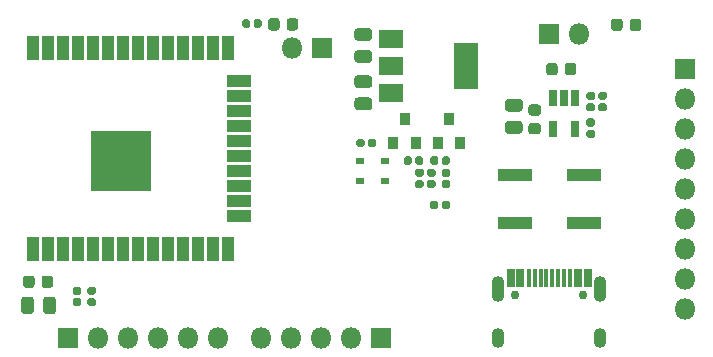
<source format=gts>
G04 #@! TF.GenerationSoftware,KiCad,Pcbnew,(5.1.6)-1*
G04 #@! TF.CreationDate,2020-09-05T22:14:24+08:00*
G04 #@! TF.ProjectId,epaper,65706170-6572-42e6-9b69-6361645f7063,rev?*
G04 #@! TF.SameCoordinates,Original*
G04 #@! TF.FileFunction,Soldermask,Top*
G04 #@! TF.FilePolarity,Negative*
%FSLAX46Y46*%
G04 Gerber Fmt 4.6, Leading zero omitted, Abs format (unit mm)*
G04 Created by KiCad (PCBNEW (5.1.6)-1) date 2020-09-05 22:14:24*
%MOMM*%
%LPD*%
G01*
G04 APERTURE LIST*
%ADD10R,0.700000X0.550000*%
%ADD11O,1.800000X1.800000*%
%ADD12R,1.800000X1.800000*%
%ADD13R,0.750000X1.320000*%
%ADD14R,2.100000X1.600000*%
%ADD15R,2.100000X3.900000*%
%ADD16R,1.000000X2.100000*%
%ADD17R,2.100000X1.000000*%
%ADD18R,5.100000X5.100000*%
%ADD19R,2.900000X1.100000*%
%ADD20R,0.900000X1.000000*%
%ADD21O,1.100000X1.700000*%
%ADD22C,0.750000*%
%ADD23O,1.100000X2.200000*%
%ADD24R,0.400000X1.550000*%
%ADD25R,0.700000X1.550000*%
G04 APERTURE END LIST*
D10*
X105450000Y-104700000D03*
X107550000Y-104700000D03*
D11*
X133000000Y-115570000D03*
X133000000Y-113030000D03*
X133000000Y-110490000D03*
X133000000Y-107950000D03*
X133000000Y-105410000D03*
X133000000Y-102870000D03*
X133000000Y-100330000D03*
X133000000Y-97790000D03*
D12*
X133000000Y-95250000D03*
D13*
X123700000Y-100310000D03*
X121800000Y-100310000D03*
X121800000Y-97690000D03*
X122750000Y-97690000D03*
X123700000Y-97690000D03*
D14*
X108100000Y-92700000D03*
X108100000Y-97300000D03*
X108100000Y-95000000D03*
D15*
X114400000Y-95000000D03*
D16*
X77745000Y-93500000D03*
X79015000Y-93500000D03*
X80285000Y-93500000D03*
X81555000Y-93500000D03*
X82825000Y-93500000D03*
X84095000Y-93500000D03*
X85365000Y-93500000D03*
X86635000Y-93500000D03*
X87905000Y-93500000D03*
X89175000Y-93500000D03*
X90445000Y-93500000D03*
X91715000Y-93500000D03*
X92985000Y-93500000D03*
X94255000Y-93500000D03*
D17*
X95255000Y-96285000D03*
X95255000Y-97555000D03*
X95255000Y-98825000D03*
X95255000Y-100095000D03*
X95255000Y-101365000D03*
X95255000Y-102635000D03*
X95255000Y-103905000D03*
X95255000Y-105175000D03*
X95255000Y-106445000D03*
X95255000Y-107715000D03*
D16*
X94255000Y-110500000D03*
X92985000Y-110500000D03*
X91715000Y-110500000D03*
X90445000Y-110500000D03*
X89175000Y-110500000D03*
X87905000Y-110500000D03*
X86635000Y-110500000D03*
X85365000Y-110500000D03*
X84095000Y-110500000D03*
X82825000Y-110500000D03*
X81555000Y-110500000D03*
X80285000Y-110500000D03*
X79015000Y-110500000D03*
X77745000Y-110500000D03*
D18*
X85245000Y-103000000D03*
D19*
X118600000Y-104250000D03*
X124400000Y-104250000D03*
X118600000Y-108250000D03*
X124400000Y-108250000D03*
G36*
G01*
X124802500Y-100390000D02*
X125197500Y-100390000D01*
G75*
G02*
X125370000Y-100562500I0J-172500D01*
G01*
X125370000Y-100907500D01*
G75*
G02*
X125197500Y-101080000I-172500J0D01*
G01*
X124802500Y-101080000D01*
G75*
G02*
X124630000Y-100907500I0J172500D01*
G01*
X124630000Y-100562500D01*
G75*
G02*
X124802500Y-100390000I172500J0D01*
G01*
G37*
G36*
G01*
X124802500Y-99420000D02*
X125197500Y-99420000D01*
G75*
G02*
X125370000Y-99592500I0J-172500D01*
G01*
X125370000Y-99937500D01*
G75*
G02*
X125197500Y-100110000I-172500J0D01*
G01*
X124802500Y-100110000D01*
G75*
G02*
X124630000Y-99937500I0J172500D01*
G01*
X124630000Y-99592500D01*
G75*
G02*
X124802500Y-99420000I172500J0D01*
G01*
G37*
G36*
G01*
X125802500Y-98140000D02*
X126197500Y-98140000D01*
G75*
G02*
X126370000Y-98312500I0J-172500D01*
G01*
X126370000Y-98657500D01*
G75*
G02*
X126197500Y-98830000I-172500J0D01*
G01*
X125802500Y-98830000D01*
G75*
G02*
X125630000Y-98657500I0J172500D01*
G01*
X125630000Y-98312500D01*
G75*
G02*
X125802500Y-98140000I172500J0D01*
G01*
G37*
G36*
G01*
X125802500Y-97170000D02*
X126197500Y-97170000D01*
G75*
G02*
X126370000Y-97342500I0J-172500D01*
G01*
X126370000Y-97687500D01*
G75*
G02*
X126197500Y-97860000I-172500J0D01*
G01*
X125802500Y-97860000D01*
G75*
G02*
X125630000Y-97687500I0J172500D01*
G01*
X125630000Y-97342500D01*
G75*
G02*
X125802500Y-97170000I172500J0D01*
G01*
G37*
G36*
G01*
X124802500Y-98140000D02*
X125197500Y-98140000D01*
G75*
G02*
X125370000Y-98312500I0J-172500D01*
G01*
X125370000Y-98657500D01*
G75*
G02*
X125197500Y-98830000I-172500J0D01*
G01*
X124802500Y-98830000D01*
G75*
G02*
X124630000Y-98657500I0J172500D01*
G01*
X124630000Y-98312500D01*
G75*
G02*
X124802500Y-98140000I172500J0D01*
G01*
G37*
G36*
G01*
X124802500Y-97170000D02*
X125197500Y-97170000D01*
G75*
G02*
X125370000Y-97342500I0J-172500D01*
G01*
X125370000Y-97687500D01*
G75*
G02*
X125197500Y-97860000I-172500J0D01*
G01*
X124802500Y-97860000D01*
G75*
G02*
X124630000Y-97687500I0J172500D01*
G01*
X124630000Y-97342500D01*
G75*
G02*
X124802500Y-97170000I172500J0D01*
G01*
G37*
G36*
G01*
X110302500Y-104640000D02*
X110697500Y-104640000D01*
G75*
G02*
X110870000Y-104812500I0J-172500D01*
G01*
X110870000Y-105157500D01*
G75*
G02*
X110697500Y-105330000I-172500J0D01*
G01*
X110302500Y-105330000D01*
G75*
G02*
X110130000Y-105157500I0J172500D01*
G01*
X110130000Y-104812500D01*
G75*
G02*
X110302500Y-104640000I172500J0D01*
G01*
G37*
G36*
G01*
X110302500Y-103670000D02*
X110697500Y-103670000D01*
G75*
G02*
X110870000Y-103842500I0J-172500D01*
G01*
X110870000Y-104187500D01*
G75*
G02*
X110697500Y-104360000I-172500J0D01*
G01*
X110302500Y-104360000D01*
G75*
G02*
X110130000Y-104187500I0J172500D01*
G01*
X110130000Y-103842500D01*
G75*
G02*
X110302500Y-103670000I172500J0D01*
G01*
G37*
G36*
G01*
X112947500Y-104360000D02*
X112552500Y-104360000D01*
G75*
G02*
X112380000Y-104187500I0J172500D01*
G01*
X112380000Y-103842500D01*
G75*
G02*
X112552500Y-103670000I172500J0D01*
G01*
X112947500Y-103670000D01*
G75*
G02*
X113120000Y-103842500I0J-172500D01*
G01*
X113120000Y-104187500D01*
G75*
G02*
X112947500Y-104360000I-172500J0D01*
G01*
G37*
G36*
G01*
X112947500Y-105330000D02*
X112552500Y-105330000D01*
G75*
G02*
X112380000Y-105157500I0J172500D01*
G01*
X112380000Y-104812500D01*
G75*
G02*
X112552500Y-104640000I172500J0D01*
G01*
X112947500Y-104640000D01*
G75*
G02*
X113120000Y-104812500I0J-172500D01*
G01*
X113120000Y-105157500D01*
G75*
G02*
X112947500Y-105330000I-172500J0D01*
G01*
G37*
G36*
G01*
X112110000Y-102802500D02*
X112110000Y-103197500D01*
G75*
G02*
X111937500Y-103370000I-172500J0D01*
G01*
X111592500Y-103370000D01*
G75*
G02*
X111420000Y-103197500I0J172500D01*
G01*
X111420000Y-102802500D01*
G75*
G02*
X111592500Y-102630000I172500J0D01*
G01*
X111937500Y-102630000D01*
G75*
G02*
X112110000Y-102802500I0J-172500D01*
G01*
G37*
G36*
G01*
X113080000Y-102802500D02*
X113080000Y-103197500D01*
G75*
G02*
X112907500Y-103370000I-172500J0D01*
G01*
X112562500Y-103370000D01*
G75*
G02*
X112390000Y-103197500I0J172500D01*
G01*
X112390000Y-102802500D01*
G75*
G02*
X112562500Y-102630000I172500J0D01*
G01*
X112907500Y-102630000D01*
G75*
G02*
X113080000Y-102802500I0J-172500D01*
G01*
G37*
G36*
G01*
X112390000Y-106947500D02*
X112390000Y-106552500D01*
G75*
G02*
X112562500Y-106380000I172500J0D01*
G01*
X112907500Y-106380000D01*
G75*
G02*
X113080000Y-106552500I0J-172500D01*
G01*
X113080000Y-106947500D01*
G75*
G02*
X112907500Y-107120000I-172500J0D01*
G01*
X112562500Y-107120000D01*
G75*
G02*
X112390000Y-106947500I0J172500D01*
G01*
G37*
G36*
G01*
X111420000Y-106947500D02*
X111420000Y-106552500D01*
G75*
G02*
X111592500Y-106380000I172500J0D01*
G01*
X111937500Y-106380000D01*
G75*
G02*
X112110000Y-106552500I0J-172500D01*
G01*
X112110000Y-106947500D01*
G75*
G02*
X111937500Y-107120000I-172500J0D01*
G01*
X111592500Y-107120000D01*
G75*
G02*
X111420000Y-106947500I0J172500D01*
G01*
G37*
G36*
G01*
X109860000Y-102802500D02*
X109860000Y-103197500D01*
G75*
G02*
X109687500Y-103370000I-172500J0D01*
G01*
X109342500Y-103370000D01*
G75*
G02*
X109170000Y-103197500I0J172500D01*
G01*
X109170000Y-102802500D01*
G75*
G02*
X109342500Y-102630000I172500J0D01*
G01*
X109687500Y-102630000D01*
G75*
G02*
X109860000Y-102802500I0J-172500D01*
G01*
G37*
G36*
G01*
X110830000Y-102802500D02*
X110830000Y-103197500D01*
G75*
G02*
X110657500Y-103370000I-172500J0D01*
G01*
X110312500Y-103370000D01*
G75*
G02*
X110140000Y-103197500I0J172500D01*
G01*
X110140000Y-102802500D01*
G75*
G02*
X110312500Y-102630000I172500J0D01*
G01*
X110657500Y-102630000D01*
G75*
G02*
X110830000Y-102802500I0J-172500D01*
G01*
G37*
G36*
G01*
X105860000Y-101302500D02*
X105860000Y-101697500D01*
G75*
G02*
X105687500Y-101870000I-172500J0D01*
G01*
X105342500Y-101870000D01*
G75*
G02*
X105170000Y-101697500I0J172500D01*
G01*
X105170000Y-101302500D01*
G75*
G02*
X105342500Y-101130000I172500J0D01*
G01*
X105687500Y-101130000D01*
G75*
G02*
X105860000Y-101302500I0J-172500D01*
G01*
G37*
G36*
G01*
X106830000Y-101302500D02*
X106830000Y-101697500D01*
G75*
G02*
X106657500Y-101870000I-172500J0D01*
G01*
X106312500Y-101870000D01*
G75*
G02*
X106140000Y-101697500I0J172500D01*
G01*
X106140000Y-101302500D01*
G75*
G02*
X106312500Y-101130000I172500J0D01*
G01*
X106657500Y-101130000D01*
G75*
G02*
X106830000Y-101302500I0J-172500D01*
G01*
G37*
G36*
G01*
X96175000Y-91202500D02*
X96175000Y-91597500D01*
G75*
G02*
X96002500Y-91770000I-172500J0D01*
G01*
X95657500Y-91770000D01*
G75*
G02*
X95485000Y-91597500I0J172500D01*
G01*
X95485000Y-91202500D01*
G75*
G02*
X95657500Y-91030000I172500J0D01*
G01*
X96002500Y-91030000D01*
G75*
G02*
X96175000Y-91202500I0J-172500D01*
G01*
G37*
G36*
G01*
X97145000Y-91202500D02*
X97145000Y-91597500D01*
G75*
G02*
X96972500Y-91770000I-172500J0D01*
G01*
X96627500Y-91770000D01*
G75*
G02*
X96455000Y-91597500I0J172500D01*
G01*
X96455000Y-91202500D01*
G75*
G02*
X96627500Y-91030000I172500J0D01*
G01*
X96972500Y-91030000D01*
G75*
G02*
X97145000Y-91202500I0J-172500D01*
G01*
G37*
G36*
G01*
X81697500Y-114360000D02*
X81302500Y-114360000D01*
G75*
G02*
X81130000Y-114187500I0J172500D01*
G01*
X81130000Y-113842500D01*
G75*
G02*
X81302500Y-113670000I172500J0D01*
G01*
X81697500Y-113670000D01*
G75*
G02*
X81870000Y-113842500I0J-172500D01*
G01*
X81870000Y-114187500D01*
G75*
G02*
X81697500Y-114360000I-172500J0D01*
G01*
G37*
G36*
G01*
X81697500Y-115330000D02*
X81302500Y-115330000D01*
G75*
G02*
X81130000Y-115157500I0J172500D01*
G01*
X81130000Y-114812500D01*
G75*
G02*
X81302500Y-114640000I172500J0D01*
G01*
X81697500Y-114640000D01*
G75*
G02*
X81870000Y-114812500I0J-172500D01*
G01*
X81870000Y-115157500D01*
G75*
G02*
X81697500Y-115330000I-172500J0D01*
G01*
G37*
D20*
X113000000Y-99500000D03*
X113950000Y-101500000D03*
X112050000Y-101500000D03*
X109250000Y-99500000D03*
X110200000Y-101500000D03*
X108300000Y-101500000D03*
D11*
X97090000Y-118000000D03*
X99630000Y-118000000D03*
X102170000Y-118000000D03*
X104710000Y-118000000D03*
D12*
X107250000Y-118000000D03*
D11*
X99710000Y-93500000D03*
D12*
X102250000Y-93500000D03*
D11*
X124040000Y-92250000D03*
D12*
X121500000Y-92250000D03*
D21*
X125820000Y-118050000D03*
D22*
X124390000Y-114400000D03*
D21*
X117180000Y-118050000D03*
D22*
X118610000Y-114400000D03*
D23*
X117180000Y-113870000D03*
X125820000Y-113870000D03*
D24*
X121250000Y-112955000D03*
X123250000Y-112955000D03*
X122750000Y-112955000D03*
X122250000Y-112955000D03*
X121750000Y-112955000D03*
X120750000Y-112955000D03*
X120250000Y-112955000D03*
X119750000Y-112955000D03*
D25*
X124750000Y-112955000D03*
X123950000Y-112955000D03*
X119050000Y-112955000D03*
X118250000Y-112955000D03*
X118250000Y-112955000D03*
X119050000Y-112955000D03*
X123950000Y-112955000D03*
X124750000Y-112955000D03*
D11*
X93450000Y-118000000D03*
X90910000Y-118000000D03*
X88370000Y-118000000D03*
X85830000Y-118000000D03*
X83290000Y-118000000D03*
D12*
X80750000Y-118000000D03*
G36*
G01*
X128300000Y-91781250D02*
X128300000Y-91218750D01*
G75*
G02*
X128543750Y-90975000I243750J0D01*
G01*
X129031250Y-90975000D01*
G75*
G02*
X129275000Y-91218750I0J-243750D01*
G01*
X129275000Y-91781250D01*
G75*
G02*
X129031250Y-92025000I-243750J0D01*
G01*
X128543750Y-92025000D01*
G75*
G02*
X128300000Y-91781250I0J243750D01*
G01*
G37*
G36*
G01*
X126725000Y-91781250D02*
X126725000Y-91218750D01*
G75*
G02*
X126968750Y-90975000I243750J0D01*
G01*
X127456250Y-90975000D01*
G75*
G02*
X127700000Y-91218750I0J-243750D01*
G01*
X127700000Y-91781250D01*
G75*
G02*
X127456250Y-92025000I-243750J0D01*
G01*
X126968750Y-92025000D01*
G75*
G02*
X126725000Y-91781250I0J243750D01*
G01*
G37*
D10*
X105450000Y-103000000D03*
X107550000Y-103000000D03*
G36*
G01*
X98654999Y-91173749D02*
X98654999Y-91736249D01*
G75*
G02*
X98411249Y-91979999I-243750J0D01*
G01*
X97923749Y-91979999D01*
G75*
G02*
X97679999Y-91736249I0J243750D01*
G01*
X97679999Y-91173749D01*
G75*
G02*
X97923749Y-90929999I243750J0D01*
G01*
X98411249Y-90929999D01*
G75*
G02*
X98654999Y-91173749I0J-243750D01*
G01*
G37*
G36*
G01*
X100229999Y-91173749D02*
X100229999Y-91736249D01*
G75*
G02*
X99986249Y-91979999I-243750J0D01*
G01*
X99498749Y-91979999D01*
G75*
G02*
X99254999Y-91736249I0J243750D01*
G01*
X99254999Y-91173749D01*
G75*
G02*
X99498749Y-90929999I243750J0D01*
G01*
X99986249Y-90929999D01*
G75*
G02*
X100229999Y-91173749I0J-243750D01*
G01*
G37*
G36*
G01*
X122800000Y-95531250D02*
X122800000Y-94968750D01*
G75*
G02*
X123043750Y-94725000I243750J0D01*
G01*
X123531250Y-94725000D01*
G75*
G02*
X123775000Y-94968750I0J-243750D01*
G01*
X123775000Y-95531250D01*
G75*
G02*
X123531250Y-95775000I-243750J0D01*
G01*
X123043750Y-95775000D01*
G75*
G02*
X122800000Y-95531250I0J243750D01*
G01*
G37*
G36*
G01*
X121225000Y-95531250D02*
X121225000Y-94968750D01*
G75*
G02*
X121468750Y-94725000I243750J0D01*
G01*
X121956250Y-94725000D01*
G75*
G02*
X122200000Y-94968750I0J-243750D01*
G01*
X122200000Y-95531250D01*
G75*
G02*
X121956250Y-95775000I-243750J0D01*
G01*
X121468750Y-95775000D01*
G75*
G02*
X121225000Y-95531250I0J243750D01*
G01*
G37*
G36*
G01*
X106231250Y-92850000D02*
X105268750Y-92850000D01*
G75*
G02*
X105000000Y-92581250I0J268750D01*
G01*
X105000000Y-92043750D01*
G75*
G02*
X105268750Y-91775000I268750J0D01*
G01*
X106231250Y-91775000D01*
G75*
G02*
X106500000Y-92043750I0J-268750D01*
G01*
X106500000Y-92581250D01*
G75*
G02*
X106231250Y-92850000I-268750J0D01*
G01*
G37*
G36*
G01*
X106231250Y-94725000D02*
X105268750Y-94725000D01*
G75*
G02*
X105000000Y-94456250I0J268750D01*
G01*
X105000000Y-93918750D01*
G75*
G02*
X105268750Y-93650000I268750J0D01*
G01*
X106231250Y-93650000D01*
G75*
G02*
X106500000Y-93918750I0J-268750D01*
G01*
X106500000Y-94456250D01*
G75*
G02*
X106231250Y-94725000I-268750J0D01*
G01*
G37*
G36*
G01*
X118018750Y-99650000D02*
X118981250Y-99650000D01*
G75*
G02*
X119250000Y-99918750I0J-268750D01*
G01*
X119250000Y-100456250D01*
G75*
G02*
X118981250Y-100725000I-268750J0D01*
G01*
X118018750Y-100725000D01*
G75*
G02*
X117750000Y-100456250I0J268750D01*
G01*
X117750000Y-99918750D01*
G75*
G02*
X118018750Y-99650000I268750J0D01*
G01*
G37*
G36*
G01*
X118018750Y-97775000D02*
X118981250Y-97775000D01*
G75*
G02*
X119250000Y-98043750I0J-268750D01*
G01*
X119250000Y-98581250D01*
G75*
G02*
X118981250Y-98850000I-268750J0D01*
G01*
X118018750Y-98850000D01*
G75*
G02*
X117750000Y-98581250I0J268750D01*
G01*
X117750000Y-98043750D01*
G75*
G02*
X118018750Y-97775000I268750J0D01*
G01*
G37*
G36*
G01*
X119968750Y-99800000D02*
X120531250Y-99800000D01*
G75*
G02*
X120775000Y-100043750I0J-243750D01*
G01*
X120775000Y-100531250D01*
G75*
G02*
X120531250Y-100775000I-243750J0D01*
G01*
X119968750Y-100775000D01*
G75*
G02*
X119725000Y-100531250I0J243750D01*
G01*
X119725000Y-100043750D01*
G75*
G02*
X119968750Y-99800000I243750J0D01*
G01*
G37*
G36*
G01*
X119968750Y-98225000D02*
X120531250Y-98225000D01*
G75*
G02*
X120775000Y-98468750I0J-243750D01*
G01*
X120775000Y-98956250D01*
G75*
G02*
X120531250Y-99200000I-243750J0D01*
G01*
X119968750Y-99200000D01*
G75*
G02*
X119725000Y-98956250I0J243750D01*
G01*
X119725000Y-98468750D01*
G75*
G02*
X119968750Y-98225000I243750J0D01*
G01*
G37*
G36*
G01*
X105268750Y-97650000D02*
X106231250Y-97650000D01*
G75*
G02*
X106500000Y-97918750I0J-268750D01*
G01*
X106500000Y-98456250D01*
G75*
G02*
X106231250Y-98725000I-268750J0D01*
G01*
X105268750Y-98725000D01*
G75*
G02*
X105000000Y-98456250I0J268750D01*
G01*
X105000000Y-97918750D01*
G75*
G02*
X105268750Y-97650000I268750J0D01*
G01*
G37*
G36*
G01*
X105268750Y-95775000D02*
X106231250Y-95775000D01*
G75*
G02*
X106500000Y-96043750I0J-268750D01*
G01*
X106500000Y-96581250D01*
G75*
G02*
X106231250Y-96850000I-268750J0D01*
G01*
X105268750Y-96850000D01*
G75*
G02*
X105000000Y-96581250I0J268750D01*
G01*
X105000000Y-96043750D01*
G75*
G02*
X105268750Y-95775000I268750J0D01*
G01*
G37*
G36*
G01*
X111697500Y-104360000D02*
X111302500Y-104360000D01*
G75*
G02*
X111130000Y-104187500I0J172500D01*
G01*
X111130000Y-103842500D01*
G75*
G02*
X111302500Y-103670000I172500J0D01*
G01*
X111697500Y-103670000D01*
G75*
G02*
X111870000Y-103842500I0J-172500D01*
G01*
X111870000Y-104187500D01*
G75*
G02*
X111697500Y-104360000I-172500J0D01*
G01*
G37*
G36*
G01*
X111697500Y-105330000D02*
X111302500Y-105330000D01*
G75*
G02*
X111130000Y-105157500I0J172500D01*
G01*
X111130000Y-104812500D01*
G75*
G02*
X111302500Y-104640000I172500J0D01*
G01*
X111697500Y-104640000D01*
G75*
G02*
X111870000Y-104812500I0J-172500D01*
G01*
X111870000Y-105157500D01*
G75*
G02*
X111697500Y-105330000I-172500J0D01*
G01*
G37*
G36*
G01*
X77850000Y-114768750D02*
X77850000Y-115731250D01*
G75*
G02*
X77581250Y-116000000I-268750J0D01*
G01*
X77043750Y-116000000D01*
G75*
G02*
X76775000Y-115731250I0J268750D01*
G01*
X76775000Y-114768750D01*
G75*
G02*
X77043750Y-114500000I268750J0D01*
G01*
X77581250Y-114500000D01*
G75*
G02*
X77850000Y-114768750I0J-268750D01*
G01*
G37*
G36*
G01*
X79725000Y-114768750D02*
X79725000Y-115731250D01*
G75*
G02*
X79456250Y-116000000I-268750J0D01*
G01*
X78918750Y-116000000D01*
G75*
G02*
X78650000Y-115731250I0J268750D01*
G01*
X78650000Y-114768750D01*
G75*
G02*
X78918750Y-114500000I268750J0D01*
G01*
X79456250Y-114500000D01*
G75*
G02*
X79725000Y-114768750I0J-268750D01*
G01*
G37*
G36*
G01*
X77912500Y-112968750D02*
X77912500Y-113531250D01*
G75*
G02*
X77668750Y-113775000I-243750J0D01*
G01*
X77181250Y-113775000D01*
G75*
G02*
X76937500Y-113531250I0J243750D01*
G01*
X76937500Y-112968750D01*
G75*
G02*
X77181250Y-112725000I243750J0D01*
G01*
X77668750Y-112725000D01*
G75*
G02*
X77912500Y-112968750I0J-243750D01*
G01*
G37*
G36*
G01*
X79487500Y-112968750D02*
X79487500Y-113531250D01*
G75*
G02*
X79243750Y-113775000I-243750J0D01*
G01*
X78756250Y-113775000D01*
G75*
G02*
X78512500Y-113531250I0J243750D01*
G01*
X78512500Y-112968750D01*
G75*
G02*
X78756250Y-112725000I243750J0D01*
G01*
X79243750Y-112725000D01*
G75*
G02*
X79487500Y-112968750I0J-243750D01*
G01*
G37*
G36*
G01*
X82552500Y-114640000D02*
X82947500Y-114640000D01*
G75*
G02*
X83120000Y-114812500I0J-172500D01*
G01*
X83120000Y-115157500D01*
G75*
G02*
X82947500Y-115330000I-172500J0D01*
G01*
X82552500Y-115330000D01*
G75*
G02*
X82380000Y-115157500I0J172500D01*
G01*
X82380000Y-114812500D01*
G75*
G02*
X82552500Y-114640000I172500J0D01*
G01*
G37*
G36*
G01*
X82552500Y-113670000D02*
X82947500Y-113670000D01*
G75*
G02*
X83120000Y-113842500I0J-172500D01*
G01*
X83120000Y-114187500D01*
G75*
G02*
X82947500Y-114360000I-172500J0D01*
G01*
X82552500Y-114360000D01*
G75*
G02*
X82380000Y-114187500I0J172500D01*
G01*
X82380000Y-113842500D01*
G75*
G02*
X82552500Y-113670000I172500J0D01*
G01*
G37*
M02*

</source>
